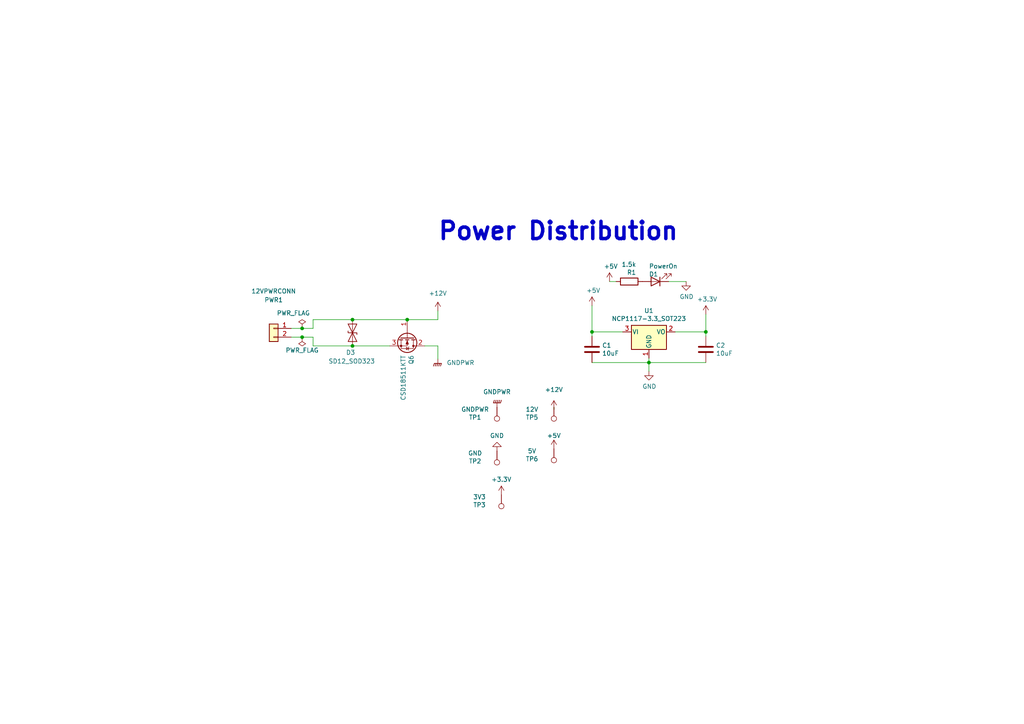
<source format=kicad_sch>
(kicad_sch (version 20230121) (generator eeschema)
  (paper "A4")
  (lib_symbols
    (symbol "Connector:TestPoint" (pin_numbers hide) (pin_names (offset 0.762) hide)
      (property "Reference" "TP" (at 0 6.858 0))
      (property "Value" "TestPoint" (at 0 5.08 0))
      (symbol "TestPoint_0_1"
        (circle (center 0 3.302) (radius 0.762))
      )
      (symbol "TestPoint_1_1"
        (pin passive line (at 0 0 90) (length 2.54) (name "1") (number "1"))
      )
    )
    (symbol "Connector_Generic:Conn_01x02" (pin_names (offset 1.016) hide)
      (property "Reference" "J" (at 0 2.54 0))
      (property "Value" "Conn_01x02" (at 0 -5.08 0))
      (symbol "Conn_01x02_1_1"
        (rectangle (start -1.27 -2.413) (end 0 -2.667) (stroke (width 0.1524)))
        (rectangle (start -1.27 0.127) (end 0 -0.127) (stroke (width 0.1524)))
        (rectangle (start -1.27 1.27) (end 1.27 -3.81) (stroke (width 0.254)) (fill (type background)))
        (pin passive line (at -5.08 0 0) (length 3.81) (name "Pin_1") (number "1"))
        (pin passive line (at -5.08 -2.54 0) (length 3.81) (name "Pin_2") (number "2"))
      )
    )
    (symbol "Device:C" (pin_numbers hide) (pin_names (offset 0.254))
      (property "Reference" "C" (at 0.635 2.54 0))
      (property "Value" "C" (at 0.635 -2.54 0))
      (symbol "C_0_1"
        (polyline (pts (xy -2.032 -0.762) (xy 2.032 -0.762)) (stroke (width 0.508)))
        (polyline (pts (xy -2.032 0.762) (xy 2.032 0.762)) (stroke (width 0.508)))
      )
      (symbol "C_1_1"
        (pin passive line (at 0 3.81 270) (length 2.794) (name "~") (number "1"))
        (pin passive line (at 0 -3.81 90) (length 2.794) (name "~") (number "2"))
      )
    )
    (symbol "Device:LED" (pin_numbers hide) (pin_names (offset 1.016) hide)
      (property "Reference" "D" (at 0 2.54 0))
      (property "Value" "LED" (at 0 -2.54 0))
      (symbol "LED_0_1"
        (polyline (pts (xy -1.27 -1.27) (xy -1.27 1.27)) (stroke (width 0.254)))
        (polyline (pts (xy -1.27 0) (xy 1.27 0)))
        (polyline (pts (xy 1.27 -1.27) (xy 1.27 1.27) (xy -1.27 0) (xy 1.27 -1.27)) (stroke (width 0.254)))
        (polyline (pts (xy -3.048 -0.762) (xy -4.572 -2.286) (xy -3.81 -2.286) (xy -4.572 -2.286) (xy -4.572 -1.524)))
        (polyline (pts (xy -1.778 -0.762) (xy -3.302 -2.286) (xy -2.54 -2.286) (xy -3.302 -2.286) (xy -3.302 -1.524)))
      )
      (symbol "LED_1_1"
        (pin passive line (at -3.81 0 0) (length 2.54) (name "K") (number "1"))
        (pin passive line (at 3.81 0 180) (length 2.54) (name "A") (number "2"))
      )
    )
    (symbol "Device:Q_NMOS_GDS" (pin_names (offset 0) hide)
      (property "Reference" "Q" (at 5.08 1.27 0))
      (property "Value" "Q_NMOS_GDS" (at 5.08 -1.27 0))
      (symbol "Q_NMOS_GDS_0_1"
        (polyline (pts (xy 0.254 0) (xy -2.54 0)))
        (polyline (pts (xy 0.254 1.905) (xy 0.254 -1.905)) (stroke (width 0.254)))
        (polyline (pts (xy 0.762 -1.27) (xy 0.762 -2.286)) (stroke (width 0.254)))
        (polyline (pts (xy 0.762 0.508) (xy 0.762 -0.508)) (stroke (width 0.254)))
        (polyline (pts (xy 0.762 2.286) (xy 0.762 1.27)) (stroke (width 0.254)))
        (polyline (pts (xy 2.54 2.54) (xy 2.54 1.778)))
        (polyline (pts (xy 2.54 -2.54) (xy 2.54 0) (xy 0.762 0)))
        (polyline (pts (xy 0.762 -1.778) (xy 3.302 -1.778) (xy 3.302 1.778) (xy 0.762 1.778)))
        (polyline (pts (xy 1.016 0) (xy 2.032 0.381) (xy 2.032 -0.381) (xy 1.016 0)) (fill (type outline)))
        (polyline (pts (xy 2.794 0.508) (xy 2.921 0.381) (xy 3.683 0.381) (xy 3.81 0.254)))
        (polyline (pts (xy 3.302 0.381) (xy 2.921 -0.254) (xy 3.683 -0.254) (xy 3.302 0.381)))
        (circle (center 1.651 0) (radius 2.794) (stroke (width 0.254)))
        (circle (center 2.54 -1.778) (radius 0.254) (fill (type outline)))
        (circle (center 2.54 1.778) (radius 0.254) (fill (type outline)))
      )
      (symbol "Q_NMOS_GDS_1_1"
        (pin input line (at -5.08 0 0) (length 2.54) (name "G") (number "1"))
        (pin passive line (at 2.54 5.08 270) (length 2.54) (name "D") (number "2"))
        (pin passive line (at 2.54 -5.08 90) (length 2.54) (name "S") (number "3"))
      )
    )
    (symbol "Device:R" (pin_numbers hide) (pin_names (offset 0))
      (property "Reference" "R" (at 2.032 0 90))
      (property "Value" "R" (at 0 0 90))
      (symbol "R_0_1"
        (rectangle (start -1.016 -2.54) (end 1.016 2.54) (stroke (width 0.254)))
      )
      (symbol "R_1_1"
        (pin passive line (at 0 3.81 270) (length 1.27) (name "~") (number "1"))
        (pin passive line (at 0 -3.81 90) (length 1.27) (name "~") (number "2"))
      )
    )
    (symbol "Diode:SD12_SOD323" (pin_numbers hide) (pin_names (offset 1.016) hide)
      (property "Reference" "D" (at 0 2.54 0))
      (property "Value" "SD12_SOD323" (at 0 -2.54 0))
      (symbol "SD12_SOD323_0_1"
        (polyline (pts (xy 1.27 0) (xy -1.27 0)))
        (polyline (pts (xy -2.54 -1.27) (xy 0 0) (xy -2.54 1.27) (xy -2.54 -1.27)) (stroke (width 0.2032)))
        (polyline (pts (xy 0.508 1.27) (xy 0 1.27) (xy 0 -1.27) (xy -0.508 -1.27)) (stroke (width 0.2032)))
        (polyline (pts (xy 2.54 1.27) (xy 2.54 -1.27) (xy 0 0) (xy 2.54 1.27)) (stroke (width 0.2032)))
      )
      (symbol "SD12_SOD323_1_1"
        (pin passive line (at -3.81 0 0) (length 2.54) (name "A1") (number "1"))
        (pin passive line (at 3.81 0 180) (length 2.54) (name "A2") (number "2"))
      )
    )
    (symbol "Regulator_Linear:NCP1117-3.3_SOT223" (pin_names (offset 0.254))
      (property "Reference" "U" (at -3.81 3.175 0))
      (property "Value" "NCP1117-3.3_SOT223" (at 0 3.175 0))
      (symbol "NCP1117-3.3_SOT223_0_1"
        (rectangle (start -5.08 -5.08) (end 5.08 1.905) (stroke (width 0.254)) (fill (type background)))
      )
      (symbol "NCP1117-3.3_SOT223_1_1"
        (pin power_in line (at 0 -7.62 90) (length 2.54) (name "GND") (number "1"))
        (pin power_out line (at 7.62 0 180) (length 2.54) (name "VO") (number "2"))
        (pin power_in line (at -7.62 0 0) (length 2.54) (name "VI") (number "3"))
      )
    )
    (symbol "power:+12V" (power) (pin_names (offset 0))
      (property "Value" "+12V" (at 0 3.556 0))
      (symbol "+12V_0_1"
        (polyline (pts (xy -0.762 1.27) (xy 0 2.54)))
        (polyline (pts (xy 0 0) (xy 0 2.54)))
        (polyline (pts (xy 0 2.54) (xy 0.762 1.27)))
      )
      (symbol "+12V_1_1"
        (pin power_in line (at 0 0 90) (length 0) hide (name "+12V") (number "1"))
      )
    )
    (symbol "power:+3.3V" (power) (pin_names (offset 0))
      (property "Value" "+3.3V" (at 0 3.556 0))
      (symbol "+3.3V_0_1"
        (polyline (pts (xy -0.762 1.27) (xy 0 2.54)))
        (polyline (pts (xy 0 0) (xy 0 2.54)))
        (polyline (pts (xy 0 2.54) (xy 0.762 1.27)))
      )
      (symbol "+3.3V_1_1"
        (pin power_in line (at 0 0 90) (length 0) hide (name "+3.3V") (number "1"))
      )
    )
    (symbol "power:+5V" (power) (pin_names (offset 0))
      (property "Value" "+5V" (at 0 3.556 0))
      (symbol "+5V_0_1"
        (polyline (pts (xy -0.762 1.27) (xy 0 2.54)))
        (polyline (pts (xy 0 0) (xy 0 2.54)))
        (polyline (pts (xy 0 2.54) (xy 0.762 1.27)))
      )
      (symbol "+5V_1_1"
        (pin power_in line (at 0 0 90) (length 0) hide (name "+5V") (number "1"))
      )
    )
    (symbol "power:GND" (power) (pin_names (offset 0))
      (property "Value" "GND" (at 0 -3.81 0))
      (symbol "GND_0_1"
        (polyline (pts (xy 0 0) (xy 0 -1.27) (xy 1.27 -1.27) (xy 0 -2.54) (xy -1.27 -1.27) (xy 0 -1.27)))
      )
      (symbol "GND_1_1"
        (pin power_in line (at 0 0 270) (length 0) hide (name "GND") (number "1"))
      )
    )
    (symbol "power:GNDPWR" (power) (pin_names (offset 0))
      (property "Value" "GNDPWR" (at 0 -3.302 0))
      (symbol "GNDPWR_0_1"
        (polyline (pts (xy 0 -1.27) (xy 0 0)))
        (polyline (pts (xy -1.016 -1.27) (xy -1.27 -2.032) (xy -1.27 -2.032)) (stroke (width 0.2032)))
        (polyline (pts (xy -0.508 -1.27) (xy -0.762 -2.032) (xy -0.762 -2.032)) (stroke (width 0.2032)))
        (polyline (pts (xy 0 -1.27) (xy -0.254 -2.032) (xy -0.254 -2.032)) (stroke (width 0.2032)))
        (polyline (pts (xy 0.508 -1.27) (xy 0.254 -2.032) (xy 0.254 -2.032)) (stroke (width 0.2032)))
        (polyline (pts (xy 1.016 -1.27) (xy -1.016 -1.27) (xy -1.016 -1.27)) (stroke (width 0.2032)))
        (polyline (pts (xy 1.016 -1.27) (xy 0.762 -2.032) (xy 0.762 -2.032) (xy 0.762 -2.032)) (stroke (width 0.2032)))
      )
      (symbol "GNDPWR_1_1"
        (pin power_in line (at 0 0 270) (length 0) hide (name "GNDPWR") (number "1"))
      )
    )
    (symbol "power:PWR_FLAG" (power) (pin_numbers hide) (pin_names (offset 0) hide)
      (property "Value" "PWR_FLAG" (at 0 3.81 0))
      (symbol "PWR_FLAG_0_0"
        (pin power_out line (at 0 0 90) (length 0) (name "pwr") (number "1"))
      )
      (symbol "PWR_FLAG_0_1"
        (polyline (pts (xy 0 0) (xy 0 1.27) (xy -1.016 1.905) (xy 0 2.54) (xy 1.016 1.905) (xy 0 1.27)))
      )
    )
  )
  (junction (at 188.214 105.156))
  (junction (at 102.235 100.33))
  (junction (at 118.11 92.71))
  (junction (at 204.724 96.266))
  (junction (at 87.63 95.25))
  (junction (at 87.63 97.79))
  (junction (at 171.704 96.266))
  (junction (at 102.235 92.71))
  (wire (pts (xy 176.784 81.661) (xy 178.689 81.661)))
  (wire (pts (xy 171.704 88.646) (xy 171.704 96.266)))
  (wire (pts (xy 90.805 97.79) (xy 87.63 97.79)))
  (wire (pts (xy 102.235 92.71) (xy 118.11 92.71)))
  (wire (pts (xy 90.805 100.33) (xy 102.235 100.33)))
  (wire (pts (xy 160.655 118.745) (xy 160.655 118.11)))
  (wire (pts (xy 171.704 105.156) (xy 188.214 105.156)))
  (wire (pts (xy 127 90.17) (xy 127 92.71)))
  (wire (pts (xy 90.805 92.71) (xy 102.235 92.71)))
  (wire (pts (xy 87.63 97.79) (xy 84.455 97.79)))
  (wire (pts (xy 87.63 95.25) (xy 84.455 95.25)))
  (wire (pts (xy 193.929 81.661) (xy 199.009 81.661)))
  (wire (pts (xy 171.704 97.536) (xy 171.704 96.266)))
  (wire (pts (xy 180.594 96.266) (xy 171.704 96.266)))
  (wire (pts (xy 90.805 95.25) (xy 90.805 92.71)))
  (wire (pts (xy 204.724 91.186) (xy 204.724 96.266)))
  (wire (pts (xy 102.235 100.33) (xy 113.03 100.33)))
  (wire (pts (xy 204.724 96.266) (xy 204.724 97.536)))
  (wire (pts (xy 188.214 107.696) (xy 188.214 105.156)))
  (wire (pts (xy 90.805 100.33) (xy 90.805 97.79)))
  (wire (pts (xy 127 92.71) (xy 118.11 92.71)))
  (wire (pts (xy 127 100.33) (xy 123.19 100.33)))
  (wire (pts (xy 188.214 105.156) (xy 188.214 103.886)))
  (wire (pts (xy 195.834 96.266) (xy 204.724 96.266)))
  (wire (pts (xy 87.63 95.25) (xy 90.805 95.25)))
  (wire (pts (xy 127 104.14) (xy 127 100.33)))
  (wire (pts (xy 204.724 105.156) (xy 188.214 105.156)))
  (text "Power Distribution" (at 126.746 70.104 0) (effects (font (size 5 5) (thickness 1) bold) (justify left bottom)))
  (symbol (lib_id "Connector:TestPoint") (at 144.145 130.81 180) (unit 1)
    (property "Reference" "TP2" (at 137.795 133.7564 0))
    (property "Value" "GND" (at 137.795 131.445 0))
    (property "Footprint" "TestPoint:TestPoint_Pad_1.0x1.0mm" (effects hide))
    (instances (project "Controls-LightingPCB" (path "" (reference "TP2") (unit 1)) (path "" (reference "TP2") (unit 1))) (project "Controls-DaughterPCB" (path "" (reference "TP5") (unit 1))))
  )
  (symbol (lib_id "Device:LED") (at 190.119 81.661 180) (unit 1)
    (property "Reference" "D1" (at 188.214 79.5274 0) (effects (justify right)))
    (property "Value" "PowerOn" (at 188.214 77.216 0) (effects (justify right)))
    (property "Footprint" "LED_SMD:LED_0805_2012Metric" (effects hide))
    (property "P/N" "APTD2012LCGCK" (effects hide))
    (instances (project "Controls-LightingPCB" (path "" (reference "D1") (unit 1)) (path "" (reference "D1") (unit 1))) (project "Controls-DaughterPCB" (path "" (reference "D5") (unit 1))))
  )
  (symbol (lib_id "Connector:TestPoint") (at 144.145 118.11 180) (unit 1)
    (property "Reference" "TP1" (at 137.795 121.0564 0))
    (property "Value" "GNDPWR" (at 137.795 118.745 0))
    (property "Footprint" "TestPoint:TestPoint_Pad_1.0x1.0mm" (effects hide))
    (instances (project "Controls-LightingPCB" (path "" (reference "TP1") (unit 1)) (path "" (reference "TP1") (unit 1))) (project "Controls-DaughterPCB" (path "" (reference "TP4") (unit 1))))
  )
  (symbol (lib_id "power:GND") (at 188.214 107.696 0) (unit 1)
    (property "Reference" "#PWR06" (effects hide))
    (property "Value" "GND" (at 188.341 112.0902 0))
    (instances (project "Controls-LightingPCB" (path "" (reference "#PWR06") (unit 1)) (path "" (reference "#PWR06") (unit 1))) (project "Controls-DaughterPCB" (path "" (reference "#PWR012") (unit 1))))
  )
  (symbol (lib_id "Device:Q_NMOS_GDS") (at 118.11 97.79 270) (unit 1)
    (property "Reference" "Q6" (at 119.2784 102.9716 0) (effects (justify left)))
    (property "Value" "CSD18511KTT" (at 116.967 102.9716 0) (effects (justify left)))
    (property "Footprint" "Package_TO_SOT_SMD:TO-252-2" (effects hide))
    (property "Datasheet" "https://www.ti.com/lit/ds/symlink/csd18511ktt.pdf?HQS=dis-mous-null-mousermode-dsf-pf-null-wwe&ts=1684781212318&ref_url=https%253A%252F%252Fwww.mouser.com%252F" (effects hide))
    (property "P/N" "CSD18511KTT" (effects hide))
    (property "Vds" "40V" (effects hide))
    (property "Id" "194A" (effects hide))
    (instances (project "Controls-LightingPCB" (path "" (reference "Q6") (unit 1))) (project "ContactorDriver" (path "" (reference "Q1") (unit 1))) (project "Controls-DaughterPCB" (path "" (reference "Q1") (unit 1))))
  )
  (symbol (lib_id "Diode:SD12_SOD323") (at 102.235 96.52 90) (unit 1)
    (property "Reference" "D3" (at 100.33 102.235 90) (effects (justify right)))
    (property "Value" "SD12_SOD323" (at 95.25 104.775 90) (effects (justify right)))
    (property "Footprint" "Diode_SMD:D_SOD-323" (effects hide))
    (property "Datasheet" "https://www.littelfuse.com/~/media/electronics/datasheets/tvs_diode_arrays/littelfuse_tvs_diode_array_sd_c_datasheet.pdf.pdf" (effects hide))
    (property "P/N" "PESD12VL1BA,115" (effects hide))
    (instances (project "Controls-LightingPCB" (path "" (reference "D3") (unit 1)) (path "" (reference "D3") (unit 1))) (project "Controls-DaughterPCB" (path "" (reference "D1") (unit 1))))
  )
  (symbol (lib_id "power:GNDPWR") (at 127 104.14 0) (unit 1)
    (property "Reference" "#PWR012" (effects hide))
    (property "Value" "GNDPWR" (at 129.54 105.2067 0) (effects (justify left)))
    (instances (project "Controls-LightingPCB" (path "" (reference "#PWR012") (unit 1)) (path "" (reference "#PWR012") (unit 1))) (project "Controls-DaughterPCB" (path "" (reference "#PWR02") (unit 1))))
  )
  (symbol (lib_id "Device:C") (at 171.704 101.346 0) (unit 1)
    (property "Reference" "C1" (at 174.625 100.1776 0) (effects (justify left)))
    (property "Value" "10uF" (at 174.625 102.489 0) (effects (justify left)))
    (property "Footprint" "Capacitor_SMD:C_0805_2012Metric" (effects hide))
    (property "P/N" "C0805C106M3PAC7210" (effects hide))
  )
  (symbol (lib_id "power:+12V") (at 160.655 118.745 0) (unit 1)
    (property "Reference" "#PWR07" (effects hide))
    (property "Value" "+12V" (at 160.655 113.03 0))
    (instances (project "Controls-LightingPCB" (path "" (reference "#PWR07") (unit 1)) (path "" (reference "#PWR07") (unit 1))) (project "Controls-DaughterPCB" (path "" (reference "#PWR08") (unit 1))))
  )
  (symbol (lib_id "Connector_Generic:Conn_01x02") (at 79.375 95.25 0) (mirror y) (unit 1)
    (property "Reference" "PWR1" (at 79.375 86.995 0))
    (property "Value" "12VPWRCONN" (at 79.375 84.455 0))
    (property "Footprint" "Connector_Molex:Molex_Micro-Fit_3.0_43650-0215_1x02_P3.00mm_Vertical" (effects hide))
    (property "Datasheet" "https://www.molex.com/content/dam/molex/molex-dot-com/products/automated/en-us/productspecificationpdf/436/43650/PS-43650-001.pdf?inline" (effects hide))
    (property "P/N" "43650-0215" (effects hide))
  )
  (symbol (lib_id "power:+5V") (at 176.784 81.661 0) (unit 1)
    (property "Reference" "#PWR02" (effects hide))
    (property "Value" "+5V" (at 177.165 77.2668 0))
    (instances (project "Controls-LightingPCB" (path "" (reference "#PWR02") (unit 1)) (path "" (reference "#PWR02") (unit 1))) (project "Controls-DaughterPCB" (path "" (reference "#PWR011") (unit 1))))
  )
  (symbol (lib_id "Regulator_Linear:NCP1117-3.3_SOT223") (at 188.214 96.266 0) (unit 1)
    (property "Reference" "U1" (at 188.214 90.1192 0))
    (property "Value" "NCP1117-3.3_SOT223" (at 188.214 92.4306 0))
    (property "Footprint" "Package_TO_SOT_SMD:SOT-223-3_TabPin2" (effects hide))
    (property "Datasheet" "http://www.onsemi.com/pub_link/Collateral/NCP1117-D.PDF" (effects hide))
    (property "P/N" "NCP1117LPST33T3G" (effects hide))
  )
  (symbol (lib_id "power:+5V") (at 160.655 130.175 0) (unit 1)
    (property "Reference" "#PWR08" (effects hide))
    (property "Value" "+5V" (at 160.655 126.365 0))
    (instances (project "Controls-LightingPCB" (path "" (reference "#PWR08") (unit 1)) (path "" (reference "#PWR08") (unit 1))) (project "Controls-DaughterPCB" (path "" (reference "#PWR09") (unit 1))))
  )
  (symbol (lib_id "power:PWR_FLAG") (at 87.63 97.79 180) (unit 1)
    (property "Reference" "#FLG03" (effects hide))
    (property "Value" "PWR_FLAG" (at 87.63 101.6 0))
    (instances (project "Controls-LightingPCB" (path "" (reference "#FLG03") (unit 1)) (path "" (reference "#FLG03") (unit 1))) (project "Controls-DaughterPCB" (path "" (reference "#FLG02") (unit 1))))
  )
  (symbol (lib_id "Connector:TestPoint") (at 160.655 130.175 180) (unit 1)
    (property "Reference" "TP6" (at 154.305 133.1214 0))
    (property "Value" "5V" (at 154.305 130.81 0))
    (property "Footprint" "TestPoint:TestPoint_Pad_1.0x1.0mm" (effects hide))
    (instances (project "Controls-LightingPCB" (path "" (reference "TP6") (unit 1)) (path "" (reference "TP6") (unit 1))) (project "Controls-DaughterPCB" (path "" (reference "TP8") (unit 1))))
  )
  (symbol (lib_id "Connector:TestPoint") (at 145.415 143.51 180) (unit 1)
    (property "Reference" "TP3" (at 139.065 146.4564 0))
    (property "Value" "3V3" (at 139.065 144.145 0))
    (property "Footprint" "TestPoint:TestPoint_Pad_1.0x1.0mm" (effects hide))
    (instances (project "Controls-LightingPCB" (path "" (reference "TP3") (unit 1)) (path "" (reference "TP3") (unit 1))) (project "Controls-DaughterPCB" (path "" (reference "TP6") (unit 1))))
  )
  (symbol (lib_id "power:GNDPWR") (at 144.145 118.11 180) (unit 1)
    (property "Reference" "#PWR03" (effects hide))
    (property "Value" "GNDPWR" (at 144.145 113.665 0))
  )
  (symbol (lib_id "power:+5V") (at 171.704 88.646 0) (unit 1)
    (property "Reference" "#PWR01" (effects hide))
    (property "Value" "+5V" (at 172.085 84.2518 0))
    (instances (project "Controls-LightingPCB" (path "" (reference "#PWR01") (unit 1)) (path "" (reference "#PWR01") (unit 1))) (project "Controls-DaughterPCB" (path "" (reference "#PWR010") (unit 1))))
  )
  (symbol (lib_id "power:GND") (at 199.009 81.661 0) (unit 1)
    (property "Reference" "#PWR09" (effects hide))
    (property "Value" "GND" (at 199.136 86.0552 0))
    (instances (project "Controls-LightingPCB" (path "" (reference "#PWR09") (unit 1)) (path "" (reference "#PWR09") (unit 1))) (project "Controls-DaughterPCB" (path "" (reference "#PWR013") (unit 1))))
  )
  (symbol (lib_id "power:PWR_FLAG") (at 87.63 95.25 0) (unit 1)
    (property "Reference" "#FLG02" (effects hide))
    (property "Value" "PWR_FLAG" (at 85.09 90.805 0))
    (instances (project "Controls-LightingPCB" (path "" (reference "#FLG02") (unit 1)) (path "" (reference "#FLG02") (unit 1))) (project "Controls-DaughterPCB" (path "" (reference "#FLG01") (unit 1))))
  )
  (symbol (lib_id "power:GND") (at 144.145 130.81 180) (unit 1)
    (property "Reference" "#PWR04" (effects hide))
    (property "Value" "GND" (at 144.145 126.365 0))
  )
  (symbol (lib_id "Device:R") (at 182.499 81.661 90) (unit 1)
    (property "Reference" "R1" (at 184.531 79.0194 90) (effects (justify left)))
    (property "Value" "1.5k" (at 184.531 76.708 90) (effects (justify left)))
    (property "Footprint" "Resistor_SMD:R_0805_2012Metric" (effects hide))
    (property "P/N" "SDR10EZPJ152" (effects hide))
    (instances (project "Controls-LightingPCB" (path "" (reference "R1") (unit 1)) (path "" (reference "R1") (unit 1))) (project "Controls-DaughterPCB" (path "" (reference "R3") (unit 1))))
  )
  (symbol (lib_id "Connector:TestPoint") (at 160.655 118.11 180) (unit 1)
    (property "Reference" "TP5" (at 154.305 121.0564 0))
    (property "Value" "12V" (at 154.305 118.745 0))
    (property "Footprint" "TestPoint:TestPoint_Pad_1.0x1.0mm" (effects hide))
    (instances (project "Controls-LightingPCB" (path "" (reference "TP5") (unit 1)) (path "" (reference "TP5") (unit 1))) (project "Controls-DaughterPCB" (path "" (reference "TP7") (unit 1))))
  )
  (symbol (lib_id "power:+3.3V") (at 145.415 143.51 0) (unit 1)
    (property "Reference" "#PWR05" (effects hide))
    (property "Value" "+3.3V" (at 145.415 139.065 0))
  )
  (symbol (lib_id "power:+12V") (at 127 90.17 0) (unit 1)
    (property "Reference" "#PWR011" (effects hide))
    (property "Value" "+12V" (at 127 85.09 0))
    (instances (project "Controls-LightingPCB" (path "" (reference "#PWR011") (unit 1)) (path "" (reference "#PWR011") (unit 1))) (project "Controls-DaughterPCB" (path "" (reference "#PWR01") (unit 1))))
  )
  (symbol (lib_id "power:+3.3V") (at 204.724 91.186 0) (unit 1)
    (property "Reference" "#PWR010" (effects hide))
    (property "Value" "+3.3V" (at 205.105 86.7918 0))
    (instances (project "Controls-LightingPCB" (path "" (reference "#PWR010") (unit 1)) (path "" (reference "#PWR010") (unit 1))) (project "Controls-DaughterPCB" (path "" (reference "#PWR014") (unit 1))))
  )
  (symbol (lib_id "Device:C") (at 204.724 101.346 0) (unit 1)
    (property "Reference" "C2" (at 207.645 100.1776 0) (effects (justify left)))
    (property "Value" "10uF" (at 207.645 102.489 0) (effects (justify left)))
    (property "Footprint" "Capacitor_SMD:C_0805_2012Metric" (effects hide))
    (property "P/N" "C0805C106M3PAC7210" (effects hide))
  )
)
</source>
